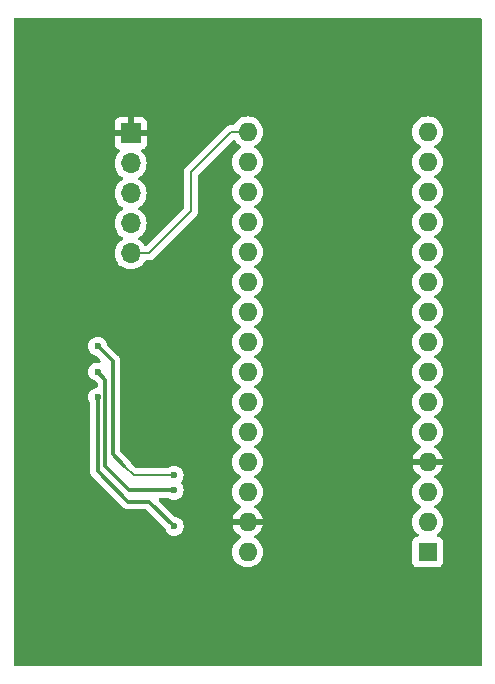
<source format=gbr>
%TF.GenerationSoftware,KiCad,Pcbnew,7.0.11+dfsg-1build4*%
%TF.CreationDate,2024-05-09T18:47:21+10:00*%
%TF.ProjectId,NoBootLoadFlasher,4e6f426f-6f74-44c6-9f61-64466c617368,rev?*%
%TF.SameCoordinates,Original*%
%TF.FileFunction,Copper,L2,Bot*%
%TF.FilePolarity,Positive*%
%FSLAX46Y46*%
G04 Gerber Fmt 4.6, Leading zero omitted, Abs format (unit mm)*
G04 Created by KiCad (PCBNEW 7.0.11+dfsg-1build4) date 2024-05-09 18:47:21*
%MOMM*%
%LPD*%
G01*
G04 APERTURE LIST*
%TA.AperFunction,ComponentPad*%
%ADD10R,1.700000X1.700000*%
%TD*%
%TA.AperFunction,ComponentPad*%
%ADD11O,1.700000X1.700000*%
%TD*%
%TA.AperFunction,ComponentPad*%
%ADD12O,1.600000X1.600000*%
%TD*%
%TA.AperFunction,ComponentPad*%
%ADD13R,1.600000X1.600000*%
%TD*%
%TA.AperFunction,ViaPad*%
%ADD14C,0.600000*%
%TD*%
%TA.AperFunction,Conductor*%
%ADD15C,0.200000*%
%TD*%
%TA.AperFunction,Conductor*%
%ADD16C,0.300000*%
%TD*%
G04 APERTURE END LIST*
D10*
%TO.P,REF\u002A\u002A,1*%
%TO.N,GND*%
X81534000Y-81407000D03*
D11*
%TO.P,REF\u002A\u002A,2*%
%TO.N,3.3v*%
X81534000Y-83947000D03*
%TO.P,REF\u002A\u002A,3*%
%TO.N,D12*%
X81534000Y-86487000D03*
%TO.P,REF\u002A\u002A,4*%
%TO.N,D10*%
X81534000Y-89027000D03*
%TO.P,REF\u002A\u002A,5*%
%TO.N,D13*%
X81534000Y-91567000D03*
%TD*%
D12*
%TO.P,LGT8F328P LQFP32 MiniEVB,30*%
%TO.N,N/C*%
X91440000Y-116840000D03*
%TO.P,LGT8F328P LQFP32 MiniEVB,29*%
%TO.N,GND*%
X91440000Y-114300000D03*
%TO.P,LGT8F328P LQFP32 MiniEVB,28*%
%TO.N,N/C*%
X91440000Y-111760000D03*
%TO.P,LGT8F328P LQFP32 MiniEVB,27*%
X91440000Y-109220000D03*
%TO.P,LGT8F328P LQFP32 MiniEVB,26*%
X91440000Y-106680000D03*
%TO.P,LGT8F328P LQFP32 MiniEVB,25*%
X91440000Y-104140000D03*
%TO.P,LGT8F328P LQFP32 MiniEVB,24*%
X91440000Y-101600000D03*
%TO.P,LGT8F328P LQFP32 MiniEVB,23*%
X91440000Y-99060000D03*
%TO.P,LGT8F328P LQFP32 MiniEVB,22*%
X91440000Y-96520000D03*
%TO.P,LGT8F328P LQFP32 MiniEVB,21*%
X91440000Y-93980000D03*
%TO.P,LGT8F328P LQFP32 MiniEVB,20*%
X91440000Y-91440000D03*
%TO.P,LGT8F328P LQFP32 MiniEVB,19*%
X91440000Y-88900000D03*
%TO.P,LGT8F328P LQFP32 MiniEVB,18*%
X91440000Y-86360000D03*
%TO.P,LGT8F328P LQFP32 MiniEVB,17*%
%TO.N,3.3v*%
X91440000Y-83820000D03*
%TO.P,LGT8F328P LQFP32 MiniEVB,16*%
%TO.N,D13*%
X91440000Y-81280000D03*
%TO.P,LGT8F328P LQFP32 MiniEVB,15*%
%TO.N,D12*%
X106680000Y-81280000D03*
%TO.P,LGT8F328P LQFP32 MiniEVB,14*%
%TO.N,N/C*%
X106680000Y-83820000D03*
%TO.P,LGT8F328P LQFP32 MiniEVB,13*%
%TO.N,D10*%
X106680000Y-86360000D03*
%TO.P,LGT8F328P LQFP32 MiniEVB,12*%
%TO.N,LED1*%
X106680000Y-88900000D03*
%TO.P,LGT8F328P LQFP32 MiniEVB,11*%
%TO.N,LED2*%
X106680000Y-91440000D03*
%TO.P,LGT8F328P LQFP32 MiniEVB,10*%
%TO.N,LED3*%
X106680000Y-93980000D03*
%TO.P,LGT8F328P LQFP32 MiniEVB,9*%
%TO.N,N/C*%
X106680000Y-96520000D03*
%TO.P,LGT8F328P LQFP32 MiniEVB,8*%
X106680000Y-99060000D03*
%TO.P,LGT8F328P LQFP32 MiniEVB,7*%
X106680000Y-101600000D03*
%TO.P,LGT8F328P LQFP32 MiniEVB,6*%
X106680000Y-104140000D03*
%TO.P,LGT8F328P LQFP32 MiniEVB,5*%
X106680000Y-106680000D03*
%TO.P,LGT8F328P LQFP32 MiniEVB,4*%
%TO.N,GND*%
X106680000Y-109220000D03*
%TO.P,LGT8F328P LQFP32 MiniEVB,3*%
%TO.N,N/C*%
X106680000Y-111760000D03*
%TO.P,LGT8F328P LQFP32 MiniEVB,2*%
X106680000Y-114300000D03*
D13*
%TO.P,LGT8F328P LQFP32 MiniEVB,1*%
X106680000Y-116840000D03*
%TD*%
D14*
%TO.N,GND*%
X95250000Y-93853000D03*
X95250000Y-95758000D03*
X95250000Y-91821000D03*
X95250000Y-89916000D03*
X88900000Y-111125000D03*
X99060000Y-88011000D03*
X87122000Y-114681000D03*
X103759000Y-88011000D03*
X99060000Y-84582000D03*
X84709000Y-86487000D03*
X84709000Y-84328000D03*
X99070000Y-97790000D03*
X99060000Y-93853000D03*
X103759000Y-97790000D03*
X99060000Y-89916000D03*
X89027000Y-86487000D03*
X103759000Y-84582000D03*
X103759000Y-89916000D03*
X99060000Y-91948000D03*
X99060000Y-82677000D03*
X88900000Y-108712000D03*
X89027000Y-84328000D03*
X103759000Y-82677000D03*
X103759000Y-92964000D03*
X99060000Y-101346000D03*
%TO.N,LED1_R*%
X85217000Y-110363000D03*
X78740000Y-99441000D03*
%TO.N,LED2_R*%
X78740000Y-101600000D03*
X85217000Y-111633000D03*
%TO.N,LED3_R*%
X85217000Y-114681000D03*
X78740000Y-103759000D03*
%TD*%
D15*
%TO.N,D13*%
X86614000Y-84709000D02*
X90043000Y-81280000D01*
X90043000Y-81280000D02*
X91440000Y-81280000D01*
X83058000Y-91567000D02*
X86614000Y-88011000D01*
X81534000Y-91567000D02*
X83058000Y-91567000D01*
X86614000Y-88011000D02*
X86614000Y-84709000D01*
%TO.N,LED1_R*%
X85217000Y-110363000D02*
X81788000Y-110363000D01*
X81788000Y-110363000D02*
X80962500Y-109537500D01*
D16*
X80010000Y-100711000D02*
X80010000Y-108585000D01*
X78740000Y-99441000D02*
X80010000Y-100711000D01*
X80010000Y-108585000D02*
X80962500Y-109537500D01*
%TO.N,LED2_R*%
X78740000Y-101600000D02*
X79390000Y-102250000D01*
X83439000Y-111633000D02*
X85217000Y-111633000D01*
X81422000Y-111633000D02*
X83439000Y-111633000D01*
X79390000Y-109601000D02*
X81422000Y-111633000D01*
X79390000Y-102250000D02*
X79390000Y-109601000D01*
%TO.N,LED3_R*%
X78740000Y-103759000D02*
X78740000Y-109982000D01*
X81343500Y-112585500D02*
X83121500Y-112585500D01*
X85217000Y-114681000D02*
X83121500Y-112585500D01*
X78740000Y-109982000D02*
X81343500Y-112585500D01*
%TD*%
%TA.AperFunction,Conductor*%
%TO.N,GND*%
G36*
X111202539Y-71640185D02*
G01*
X111248294Y-71692989D01*
X111259500Y-71744500D01*
X111259500Y-126375500D01*
X111239815Y-126442539D01*
X111187011Y-126488294D01*
X111135500Y-126499500D01*
X71744500Y-126499500D01*
X71677461Y-126479815D01*
X71631706Y-126427011D01*
X71620500Y-126375500D01*
X71620500Y-103759003D01*
X77934435Y-103759003D01*
X77954630Y-103938249D01*
X77954631Y-103938254D01*
X78014211Y-104108524D01*
X78070493Y-104198094D01*
X78089500Y-104264067D01*
X78089500Y-109896494D01*
X78087732Y-109912505D01*
X78087974Y-109912528D01*
X78087240Y-109920294D01*
X78089439Y-109990262D01*
X78089500Y-109994157D01*
X78089500Y-110022920D01*
X78089501Y-110022938D01*
X78090053Y-110027311D01*
X78090968Y-110038941D01*
X78092402Y-110084567D01*
X78092403Y-110084570D01*
X78098323Y-110104948D01*
X78102268Y-110123996D01*
X78104928Y-110145054D01*
X78104931Y-110145065D01*
X78121737Y-110187514D01*
X78125520Y-110198563D01*
X78138254Y-110242395D01*
X78138255Y-110242397D01*
X78149060Y-110260666D01*
X78157617Y-110278134D01*
X78163226Y-110292300D01*
X78165432Y-110297872D01*
X78192266Y-110334806D01*
X78198678Y-110344568D01*
X78218060Y-110377341D01*
X78221919Y-110383865D01*
X78221923Y-110383869D01*
X78236925Y-110398871D01*
X78249563Y-110413669D01*
X78262033Y-110430833D01*
X78262036Y-110430837D01*
X78297213Y-110459937D01*
X78305854Y-110467800D01*
X80823064Y-112985010D01*
X80833135Y-112997580D01*
X80833322Y-112997426D01*
X80838295Y-113003437D01*
X80838297Y-113003439D01*
X80838298Y-113003440D01*
X80867921Y-113031258D01*
X80889332Y-113051364D01*
X80892129Y-113054075D01*
X80912467Y-113074413D01*
X80915950Y-113077115D01*
X80924826Y-113084696D01*
X80938850Y-113097865D01*
X80958107Y-113115948D01*
X80958110Y-113115950D01*
X80958112Y-113115951D01*
X80976707Y-113126174D01*
X80992968Y-113136856D01*
X81009732Y-113149859D01*
X81009736Y-113149862D01*
X81051638Y-113167994D01*
X81062112Y-113173125D01*
X81102132Y-113195127D01*
X81122704Y-113200408D01*
X81141094Y-113206705D01*
X81160574Y-113215135D01*
X81205675Y-113222277D01*
X81217086Y-113224641D01*
X81261323Y-113236000D01*
X81282545Y-113236000D01*
X81301944Y-113237526D01*
X81322905Y-113240847D01*
X81368360Y-113236550D01*
X81380030Y-113236000D01*
X82800692Y-113236000D01*
X82867731Y-113255685D01*
X82888373Y-113272319D01*
X84395277Y-114779223D01*
X84428762Y-114840546D01*
X84430815Y-114853012D01*
X84431630Y-114860246D01*
X84431632Y-114860255D01*
X84491210Y-115030521D01*
X84559259Y-115138820D01*
X84587184Y-115183262D01*
X84714738Y-115310816D01*
X84742233Y-115328092D01*
X84837863Y-115388181D01*
X84867478Y-115406789D01*
X84966242Y-115441348D01*
X85037745Y-115466368D01*
X85037750Y-115466369D01*
X85216996Y-115486565D01*
X85217000Y-115486565D01*
X85217004Y-115486565D01*
X85396249Y-115466369D01*
X85396252Y-115466368D01*
X85396255Y-115466368D01*
X85566522Y-115406789D01*
X85719262Y-115310816D01*
X85846816Y-115183262D01*
X85942789Y-115030522D01*
X86002368Y-114860255D01*
X86009157Y-114800000D01*
X86022565Y-114681003D01*
X86022565Y-114680996D01*
X86002369Y-114501750D01*
X86002368Y-114501745D01*
X85942788Y-114331476D01*
X85846815Y-114178737D01*
X85719262Y-114051184D01*
X85566521Y-113955210D01*
X85396255Y-113895632D01*
X85396246Y-113895630D01*
X85389012Y-113894815D01*
X85324600Y-113867744D01*
X85315223Y-113859277D01*
X83951127Y-112495181D01*
X83917642Y-112433858D01*
X83922626Y-112364166D01*
X83964498Y-112308233D01*
X84029962Y-112283816D01*
X84038808Y-112283500D01*
X84711932Y-112283500D01*
X84777904Y-112302506D01*
X84867477Y-112358789D01*
X84867481Y-112358790D01*
X85037737Y-112418366D01*
X85037743Y-112418367D01*
X85037745Y-112418368D01*
X85037746Y-112418368D01*
X85037750Y-112418369D01*
X85216996Y-112438565D01*
X85217000Y-112438565D01*
X85217004Y-112438565D01*
X85396249Y-112418369D01*
X85396252Y-112418368D01*
X85396255Y-112418368D01*
X85566522Y-112358789D01*
X85719262Y-112262816D01*
X85846816Y-112135262D01*
X85942789Y-111982522D01*
X86002368Y-111812255D01*
X86022565Y-111633000D01*
X86011333Y-111533313D01*
X86002369Y-111453750D01*
X86002368Y-111453745D01*
X85953298Y-111313511D01*
X85942789Y-111283478D01*
X85846816Y-111130738D01*
X85801759Y-111085681D01*
X85768274Y-111024358D01*
X85773258Y-110954666D01*
X85801759Y-110910319D01*
X85846816Y-110865262D01*
X85942789Y-110712522D01*
X86002368Y-110542255D01*
X86002369Y-110542249D01*
X86022565Y-110363003D01*
X86022565Y-110362996D01*
X86002369Y-110183750D01*
X86002368Y-110183745D01*
X85951699Y-110038941D01*
X85942789Y-110013478D01*
X85928201Y-109990262D01*
X85884239Y-109920296D01*
X85846816Y-109860738D01*
X85719262Y-109733184D01*
X85673898Y-109704680D01*
X85566523Y-109637211D01*
X85396254Y-109577631D01*
X85396249Y-109577630D01*
X85217004Y-109557435D01*
X85216996Y-109557435D01*
X85037750Y-109577630D01*
X85037745Y-109577631D01*
X84867476Y-109637211D01*
X84714736Y-109733185D01*
X84711903Y-109735445D01*
X84709724Y-109736334D01*
X84708842Y-109736889D01*
X84708744Y-109736734D01*
X84647217Y-109761855D01*
X84634588Y-109762500D01*
X82088097Y-109762500D01*
X82021058Y-109742815D01*
X82000416Y-109726181D01*
X81590817Y-109316582D01*
X81568454Y-109283675D01*
X81568216Y-109283817D01*
X81565969Y-109280018D01*
X81564693Y-109278140D01*
X81564245Y-109277106D01*
X81564244Y-109277101D01*
X81530475Y-109220001D01*
X81480583Y-109135638D01*
X81480576Y-109135629D01*
X80696819Y-108351872D01*
X80663334Y-108290549D01*
X80660500Y-108264191D01*
X80660500Y-100796501D01*
X80662268Y-100780488D01*
X80662026Y-100780466D01*
X80662758Y-100772710D01*
X80662760Y-100772703D01*
X80660561Y-100702735D01*
X80660500Y-100698840D01*
X80660500Y-100670077D01*
X80660499Y-100670070D01*
X80659949Y-100665716D01*
X80659030Y-100654054D01*
X80657597Y-100608430D01*
X80651676Y-100588052D01*
X80647731Y-100569003D01*
X80645071Y-100547942D01*
X80628261Y-100505487D01*
X80624481Y-100494445D01*
X80611744Y-100450601D01*
X80600939Y-100432332D01*
X80592379Y-100414858D01*
X80585651Y-100397865D01*
X80584568Y-100395129D01*
X80557737Y-100358199D01*
X80551323Y-100348435D01*
X80528081Y-100309135D01*
X80513075Y-100294129D01*
X80500435Y-100279330D01*
X80487961Y-100262160D01*
X80452780Y-100233056D01*
X80444140Y-100225194D01*
X79561722Y-99342776D01*
X79528237Y-99281453D01*
X79526182Y-99268973D01*
X79525368Y-99261745D01*
X79465789Y-99091478D01*
X79369816Y-98938738D01*
X79242262Y-98811184D01*
X79089523Y-98715211D01*
X78919254Y-98655631D01*
X78919249Y-98655630D01*
X78740004Y-98635435D01*
X78739996Y-98635435D01*
X78560750Y-98655630D01*
X78560745Y-98655631D01*
X78390476Y-98715211D01*
X78237737Y-98811184D01*
X78110184Y-98938737D01*
X78014211Y-99091476D01*
X77954631Y-99261745D01*
X77954630Y-99261750D01*
X77934435Y-99440996D01*
X77934435Y-99441003D01*
X77954630Y-99620249D01*
X77954631Y-99620254D01*
X78014211Y-99790523D01*
X78082461Y-99899141D01*
X78110184Y-99943262D01*
X78237738Y-100070816D01*
X78390478Y-100166789D01*
X78560745Y-100226368D01*
X78567974Y-100227182D01*
X78632388Y-100254246D01*
X78641776Y-100262722D01*
X78977954Y-100598900D01*
X79011439Y-100660223D01*
X79006455Y-100729915D01*
X78964583Y-100785848D01*
X78899119Y-100810265D01*
X78876390Y-100809801D01*
X78740004Y-100794435D01*
X78739996Y-100794435D01*
X78560750Y-100814630D01*
X78560745Y-100814631D01*
X78390476Y-100874211D01*
X78237737Y-100970184D01*
X78110184Y-101097737D01*
X78014211Y-101250476D01*
X77954631Y-101420745D01*
X77954630Y-101420750D01*
X77934435Y-101599996D01*
X77934435Y-101600003D01*
X77954630Y-101779249D01*
X77954631Y-101779254D01*
X78014211Y-101949523D01*
X78075139Y-102046488D01*
X78110184Y-102102262D01*
X78237738Y-102229816D01*
X78390478Y-102325789D01*
X78560745Y-102385368D01*
X78567974Y-102386182D01*
X78632388Y-102413247D01*
X78641775Y-102421721D01*
X78703181Y-102483126D01*
X78736666Y-102544449D01*
X78739500Y-102570808D01*
X78739500Y-102842677D01*
X78719815Y-102909716D01*
X78667011Y-102955471D01*
X78629384Y-102965897D01*
X78560750Y-102973630D01*
X78390478Y-103033210D01*
X78237737Y-103129184D01*
X78110184Y-103256737D01*
X78014211Y-103409476D01*
X77954631Y-103579745D01*
X77954630Y-103579750D01*
X77934435Y-103758996D01*
X77934435Y-103759003D01*
X71620500Y-103759003D01*
X71620500Y-91567000D01*
X80178341Y-91567000D01*
X80198936Y-91802403D01*
X80198938Y-91802413D01*
X80260094Y-92030655D01*
X80260096Y-92030659D01*
X80260097Y-92030663D01*
X80324400Y-92168561D01*
X80359965Y-92244830D01*
X80359967Y-92244834D01*
X80468281Y-92399521D01*
X80495505Y-92438401D01*
X80662599Y-92605495D01*
X80750064Y-92666739D01*
X80856165Y-92741032D01*
X80856167Y-92741033D01*
X80856170Y-92741035D01*
X81070337Y-92840903D01*
X81298592Y-92902063D01*
X81486918Y-92918539D01*
X81533999Y-92922659D01*
X81534000Y-92922659D01*
X81534001Y-92922659D01*
X81573234Y-92919226D01*
X81769408Y-92902063D01*
X81997663Y-92840903D01*
X82211830Y-92741035D01*
X82405401Y-92605495D01*
X82572495Y-92438401D01*
X82708035Y-92244830D01*
X82710707Y-92239097D01*
X82756878Y-92186658D01*
X82823091Y-92167500D01*
X83010513Y-92167500D01*
X83026697Y-92168560D01*
X83058000Y-92172682D01*
X83058001Y-92172682D01*
X83110254Y-92165802D01*
X83214762Y-92152044D01*
X83360841Y-92091536D01*
X83486282Y-91995282D01*
X83505509Y-91970223D01*
X83516190Y-91958043D01*
X87005043Y-88469190D01*
X87017223Y-88458509D01*
X87042282Y-88439282D01*
X87138536Y-88313841D01*
X87199044Y-88167762D01*
X87214500Y-88050361D01*
X87219682Y-88011000D01*
X87215561Y-87979697D01*
X87214500Y-87963512D01*
X87214500Y-85009096D01*
X87234185Y-84942057D01*
X87250814Y-84921420D01*
X90176138Y-81996095D01*
X90237459Y-81962612D01*
X90307151Y-81967596D01*
X90363084Y-82009468D01*
X90365392Y-82012655D01*
X90439953Y-82119140D01*
X90600858Y-82280045D01*
X90600861Y-82280047D01*
X90787266Y-82410568D01*
X90845275Y-82437618D01*
X90897714Y-82483791D01*
X90916866Y-82550984D01*
X90896650Y-82617865D01*
X90845275Y-82662382D01*
X90787267Y-82689431D01*
X90787265Y-82689432D01*
X90600858Y-82819954D01*
X90439954Y-82980858D01*
X90309432Y-83167265D01*
X90309431Y-83167267D01*
X90213261Y-83373502D01*
X90213258Y-83373511D01*
X90154366Y-83593302D01*
X90154364Y-83593313D01*
X90134532Y-83819998D01*
X90134532Y-83820001D01*
X90154364Y-84046686D01*
X90154366Y-84046697D01*
X90213258Y-84266488D01*
X90213261Y-84266497D01*
X90309431Y-84472732D01*
X90309432Y-84472734D01*
X90439954Y-84659141D01*
X90600858Y-84820045D01*
X90600861Y-84820047D01*
X90787266Y-84950568D01*
X90802636Y-84957735D01*
X90845275Y-84977618D01*
X90897714Y-85023791D01*
X90916866Y-85090984D01*
X90896650Y-85157865D01*
X90845275Y-85202382D01*
X90787267Y-85229431D01*
X90787265Y-85229432D01*
X90600858Y-85359954D01*
X90439954Y-85520858D01*
X90309432Y-85707265D01*
X90309431Y-85707267D01*
X90213261Y-85913502D01*
X90213258Y-85913511D01*
X90154366Y-86133302D01*
X90154364Y-86133313D01*
X90134532Y-86359998D01*
X90134532Y-86360001D01*
X90154364Y-86586686D01*
X90154366Y-86586697D01*
X90213258Y-86806488D01*
X90213261Y-86806497D01*
X90309431Y-87012732D01*
X90309432Y-87012734D01*
X90439954Y-87199141D01*
X90600858Y-87360045D01*
X90600861Y-87360047D01*
X90787266Y-87490568D01*
X90845275Y-87517618D01*
X90897714Y-87563791D01*
X90916866Y-87630984D01*
X90896650Y-87697865D01*
X90845275Y-87742382D01*
X90787267Y-87769431D01*
X90787265Y-87769432D01*
X90600858Y-87899954D01*
X90439954Y-88060858D01*
X90309432Y-88247265D01*
X90309431Y-88247267D01*
X90213261Y-88453502D01*
X90213258Y-88453511D01*
X90154366Y-88673302D01*
X90154364Y-88673313D01*
X90134532Y-88899998D01*
X90134532Y-88900001D01*
X90154364Y-89126686D01*
X90154366Y-89126697D01*
X90213258Y-89346488D01*
X90213261Y-89346497D01*
X90309431Y-89552732D01*
X90309432Y-89552734D01*
X90439954Y-89739141D01*
X90600858Y-89900045D01*
X90600861Y-89900047D01*
X90787266Y-90030568D01*
X90845275Y-90057618D01*
X90897714Y-90103791D01*
X90916866Y-90170984D01*
X90896650Y-90237865D01*
X90845275Y-90282382D01*
X90787267Y-90309431D01*
X90787265Y-90309432D01*
X90600858Y-90439954D01*
X90439954Y-90600858D01*
X90309432Y-90787265D01*
X90309431Y-90787267D01*
X90213261Y-90993502D01*
X90213258Y-90993511D01*
X90154366Y-91213302D01*
X90154364Y-91213313D01*
X90134532Y-91439998D01*
X90134532Y-91440001D01*
X90154364Y-91666686D01*
X90154366Y-91666697D01*
X90213258Y-91886488D01*
X90213261Y-91886497D01*
X90309431Y-92092732D01*
X90309432Y-92092734D01*
X90439954Y-92279141D01*
X90600858Y-92440045D01*
X90600861Y-92440047D01*
X90787266Y-92570568D01*
X90845275Y-92597618D01*
X90897714Y-92643791D01*
X90916866Y-92710984D01*
X90896650Y-92777865D01*
X90845275Y-92822382D01*
X90787267Y-92849431D01*
X90787265Y-92849432D01*
X90600858Y-92979954D01*
X90439954Y-93140858D01*
X90309432Y-93327265D01*
X90309431Y-93327267D01*
X90213261Y-93533502D01*
X90213258Y-93533511D01*
X90154366Y-93753302D01*
X90154364Y-93753313D01*
X90134532Y-93979998D01*
X90134532Y-93980001D01*
X90154364Y-94206686D01*
X90154366Y-94206697D01*
X90213258Y-94426488D01*
X90213261Y-94426497D01*
X90309431Y-94632732D01*
X90309432Y-94632734D01*
X90439954Y-94819141D01*
X90600858Y-94980045D01*
X90600861Y-94980047D01*
X90787266Y-95110568D01*
X90845275Y-95137618D01*
X90897714Y-95183791D01*
X90916866Y-95250984D01*
X90896650Y-95317865D01*
X90845275Y-95362382D01*
X90787267Y-95389431D01*
X90787265Y-95389432D01*
X90600858Y-95519954D01*
X90439954Y-95680858D01*
X90309432Y-95867265D01*
X90309431Y-95867267D01*
X90213261Y-96073502D01*
X90213258Y-96073511D01*
X90154366Y-96293302D01*
X90154364Y-96293313D01*
X90134532Y-96519998D01*
X90134532Y-96520001D01*
X90154364Y-96746686D01*
X90154366Y-96746697D01*
X90213258Y-96966488D01*
X90213261Y-96966497D01*
X90309431Y-97172732D01*
X90309432Y-97172734D01*
X90439954Y-97359141D01*
X90600858Y-97520045D01*
X90600861Y-97520047D01*
X90787266Y-97650568D01*
X90845275Y-97677618D01*
X90897714Y-97723791D01*
X90916866Y-97790984D01*
X90896650Y-97857865D01*
X90845275Y-97902382D01*
X90787267Y-97929431D01*
X90787265Y-97929432D01*
X90600858Y-98059954D01*
X90439954Y-98220858D01*
X90309432Y-98407265D01*
X90309431Y-98407267D01*
X90213261Y-98613502D01*
X90213258Y-98613511D01*
X90154366Y-98833302D01*
X90154364Y-98833313D01*
X90134532Y-99059998D01*
X90134532Y-99060001D01*
X90154364Y-99286686D01*
X90154366Y-99286697D01*
X90213258Y-99506488D01*
X90213261Y-99506497D01*
X90309431Y-99712732D01*
X90309432Y-99712734D01*
X90439954Y-99899141D01*
X90600858Y-100060045D01*
X90600861Y-100060047D01*
X90787266Y-100190568D01*
X90845275Y-100217618D01*
X90897714Y-100263791D01*
X90916866Y-100330984D01*
X90896650Y-100397865D01*
X90845275Y-100442382D01*
X90787267Y-100469431D01*
X90787265Y-100469432D01*
X90600858Y-100599954D01*
X90439954Y-100760858D01*
X90309432Y-100947265D01*
X90309431Y-100947267D01*
X90213261Y-101153502D01*
X90213258Y-101153511D01*
X90154366Y-101373302D01*
X90154364Y-101373313D01*
X90134532Y-101599998D01*
X90134532Y-101600001D01*
X90154364Y-101826686D01*
X90154366Y-101826697D01*
X90213258Y-102046488D01*
X90213261Y-102046497D01*
X90309431Y-102252732D01*
X90309432Y-102252734D01*
X90439954Y-102439141D01*
X90600858Y-102600045D01*
X90600861Y-102600047D01*
X90787266Y-102730568D01*
X90845275Y-102757618D01*
X90897714Y-102803791D01*
X90916866Y-102870984D01*
X90896650Y-102937865D01*
X90845275Y-102982382D01*
X90787267Y-103009431D01*
X90787265Y-103009432D01*
X90600858Y-103139954D01*
X90439954Y-103300858D01*
X90309432Y-103487265D01*
X90309431Y-103487267D01*
X90213261Y-103693502D01*
X90213258Y-103693511D01*
X90154366Y-103913302D01*
X90154364Y-103913313D01*
X90134532Y-104139998D01*
X90134532Y-104140001D01*
X90154364Y-104366686D01*
X90154366Y-104366697D01*
X90213258Y-104586488D01*
X90213261Y-104586497D01*
X90309431Y-104792732D01*
X90309432Y-104792734D01*
X90439954Y-104979141D01*
X90600858Y-105140045D01*
X90600861Y-105140047D01*
X90787266Y-105270568D01*
X90845275Y-105297618D01*
X90897714Y-105343791D01*
X90916866Y-105410984D01*
X90896650Y-105477865D01*
X90845275Y-105522382D01*
X90787267Y-105549431D01*
X90787265Y-105549432D01*
X90600858Y-105679954D01*
X90439954Y-105840858D01*
X90309432Y-106027265D01*
X90309431Y-106027267D01*
X90213261Y-106233502D01*
X90213258Y-106233511D01*
X90154366Y-106453302D01*
X90154364Y-106453313D01*
X90134532Y-106679998D01*
X90134532Y-106680001D01*
X90154364Y-106906686D01*
X90154366Y-106906697D01*
X90213258Y-107126488D01*
X90213261Y-107126497D01*
X90309431Y-107332732D01*
X90309432Y-107332734D01*
X90439954Y-107519141D01*
X90600858Y-107680045D01*
X90600861Y-107680047D01*
X90787266Y-107810568D01*
X90845275Y-107837618D01*
X90897714Y-107883791D01*
X90916866Y-107950984D01*
X90896650Y-108017865D01*
X90845275Y-108062382D01*
X90787267Y-108089431D01*
X90787265Y-108089432D01*
X90600858Y-108219954D01*
X90439954Y-108380858D01*
X90309432Y-108567265D01*
X90309431Y-108567267D01*
X90213261Y-108773502D01*
X90213258Y-108773511D01*
X90154366Y-108993302D01*
X90154364Y-108993313D01*
X90134532Y-109219998D01*
X90134532Y-109220001D01*
X90154364Y-109446686D01*
X90154366Y-109446697D01*
X90213258Y-109666488D01*
X90213261Y-109666497D01*
X90309431Y-109872732D01*
X90309432Y-109872734D01*
X90439954Y-110059141D01*
X90600858Y-110220045D01*
X90632780Y-110242397D01*
X90787266Y-110350568D01*
X90844681Y-110377341D01*
X90845275Y-110377618D01*
X90897714Y-110423791D01*
X90916866Y-110490984D01*
X90896650Y-110557865D01*
X90845275Y-110602382D01*
X90787267Y-110629431D01*
X90787265Y-110629432D01*
X90600858Y-110759954D01*
X90439954Y-110920858D01*
X90309432Y-111107265D01*
X90309431Y-111107267D01*
X90213261Y-111313502D01*
X90213258Y-111313511D01*
X90154366Y-111533302D01*
X90154364Y-111533313D01*
X90134532Y-111759998D01*
X90134532Y-111760001D01*
X90154364Y-111986686D01*
X90154366Y-111986697D01*
X90213258Y-112206488D01*
X90213261Y-112206497D01*
X90309431Y-112412732D01*
X90309432Y-112412734D01*
X90439954Y-112599141D01*
X90600858Y-112760045D01*
X90600861Y-112760047D01*
X90787266Y-112890568D01*
X90845865Y-112917893D01*
X90898305Y-112964065D01*
X90917457Y-113031258D01*
X90897242Y-113098139D01*
X90845867Y-113142657D01*
X90787515Y-113169867D01*
X90601179Y-113300342D01*
X90440342Y-113461179D01*
X90309865Y-113647517D01*
X90213734Y-113853673D01*
X90213730Y-113853682D01*
X90161127Y-114049999D01*
X90161128Y-114050000D01*
X91006314Y-114050000D01*
X90980507Y-114090156D01*
X90940000Y-114228111D01*
X90940000Y-114371889D01*
X90980507Y-114509844D01*
X91006314Y-114550000D01*
X90161128Y-114550000D01*
X90213730Y-114746317D01*
X90213734Y-114746326D01*
X90309865Y-114952482D01*
X90440342Y-115138820D01*
X90601179Y-115299657D01*
X90787518Y-115430134D01*
X90787520Y-115430135D01*
X90845865Y-115457342D01*
X90898305Y-115503514D01*
X90917457Y-115570707D01*
X90897242Y-115637589D01*
X90845867Y-115682105D01*
X90787268Y-115709431D01*
X90787264Y-115709433D01*
X90600858Y-115839954D01*
X90439954Y-116000858D01*
X90309432Y-116187265D01*
X90309431Y-116187267D01*
X90213261Y-116393502D01*
X90213258Y-116393511D01*
X90154366Y-116613302D01*
X90154364Y-116613313D01*
X90134532Y-116839998D01*
X90134532Y-116840001D01*
X90154364Y-117066686D01*
X90154366Y-117066697D01*
X90213258Y-117286488D01*
X90213261Y-117286497D01*
X90309431Y-117492732D01*
X90309432Y-117492734D01*
X90439954Y-117679141D01*
X90600858Y-117840045D01*
X90600861Y-117840047D01*
X90787266Y-117970568D01*
X90993504Y-118066739D01*
X91213308Y-118125635D01*
X91375230Y-118139801D01*
X91439998Y-118145468D01*
X91440000Y-118145468D01*
X91440002Y-118145468D01*
X91496807Y-118140498D01*
X91666692Y-118125635D01*
X91886496Y-118066739D01*
X92092734Y-117970568D01*
X92279139Y-117840047D01*
X92440047Y-117679139D01*
X92570568Y-117492734D01*
X92666739Y-117286496D01*
X92725635Y-117066692D01*
X92745468Y-116840000D01*
X92725635Y-116613308D01*
X92666739Y-116393504D01*
X92570568Y-116187266D01*
X92440047Y-116000861D01*
X92440045Y-116000858D01*
X92279141Y-115839954D01*
X92092734Y-115709432D01*
X92092732Y-115709431D01*
X92081275Y-115704088D01*
X92034132Y-115682105D01*
X91981694Y-115635934D01*
X91962542Y-115568740D01*
X91982758Y-115501859D01*
X92034134Y-115457341D01*
X92092484Y-115430132D01*
X92278820Y-115299657D01*
X92439657Y-115138820D01*
X92570134Y-114952482D01*
X92666265Y-114746326D01*
X92666269Y-114746317D01*
X92718872Y-114550000D01*
X91873686Y-114550000D01*
X91899493Y-114509844D01*
X91940000Y-114371889D01*
X91940000Y-114300001D01*
X105374532Y-114300001D01*
X105394364Y-114526686D01*
X105394366Y-114526697D01*
X105453258Y-114746488D01*
X105453261Y-114746497D01*
X105549431Y-114952732D01*
X105549432Y-114952734D01*
X105679954Y-115139141D01*
X105840858Y-115300045D01*
X105865462Y-115317273D01*
X105909087Y-115371849D01*
X105916281Y-115441348D01*
X105884758Y-115503703D01*
X105824529Y-115539117D01*
X105807593Y-115542138D01*
X105772516Y-115545908D01*
X105637671Y-115596202D01*
X105637664Y-115596206D01*
X105522455Y-115682452D01*
X105522452Y-115682455D01*
X105436206Y-115797664D01*
X105436202Y-115797671D01*
X105385908Y-115932517D01*
X105379501Y-115992116D01*
X105379501Y-115992123D01*
X105379500Y-115992135D01*
X105379500Y-117687870D01*
X105379501Y-117687876D01*
X105385908Y-117747483D01*
X105436202Y-117882328D01*
X105436206Y-117882335D01*
X105522452Y-117997544D01*
X105522455Y-117997547D01*
X105637664Y-118083793D01*
X105637671Y-118083797D01*
X105772517Y-118134091D01*
X105772516Y-118134091D01*
X105779444Y-118134835D01*
X105832127Y-118140500D01*
X107527872Y-118140499D01*
X107587483Y-118134091D01*
X107722331Y-118083796D01*
X107837546Y-117997546D01*
X107923796Y-117882331D01*
X107974091Y-117747483D01*
X107980500Y-117687873D01*
X107980499Y-115992128D01*
X107974091Y-115932517D01*
X107939567Y-115839954D01*
X107923797Y-115797671D01*
X107923793Y-115797664D01*
X107837547Y-115682455D01*
X107837544Y-115682452D01*
X107722335Y-115596206D01*
X107722328Y-115596202D01*
X107587482Y-115545908D01*
X107587483Y-115545908D01*
X107552404Y-115542137D01*
X107487853Y-115515399D01*
X107448005Y-115458006D01*
X107445512Y-115388181D01*
X107481165Y-115328092D01*
X107494539Y-115317272D01*
X107503759Y-115310816D01*
X107519139Y-115300047D01*
X107680047Y-115139139D01*
X107810568Y-114952734D01*
X107906739Y-114746496D01*
X107965635Y-114526692D01*
X107985468Y-114300000D01*
X107965635Y-114073308D01*
X107906739Y-113853504D01*
X107810568Y-113647266D01*
X107680047Y-113460861D01*
X107680045Y-113460858D01*
X107519141Y-113299954D01*
X107332734Y-113169432D01*
X107332728Y-113169429D01*
X107274725Y-113142382D01*
X107222285Y-113096210D01*
X107203133Y-113029017D01*
X107223348Y-112962135D01*
X107274725Y-112917618D01*
X107332734Y-112890568D01*
X107519139Y-112760047D01*
X107680047Y-112599139D01*
X107810568Y-112412734D01*
X107906739Y-112206496D01*
X107965635Y-111986692D01*
X107985468Y-111760000D01*
X107965635Y-111533308D01*
X107906739Y-111313504D01*
X107810568Y-111107266D01*
X107680047Y-110920861D01*
X107680045Y-110920858D01*
X107519141Y-110759954D01*
X107332734Y-110629432D01*
X107332732Y-110629431D01*
X107274725Y-110602382D01*
X107274132Y-110602105D01*
X107221694Y-110555934D01*
X107202542Y-110488740D01*
X107222758Y-110421859D01*
X107274134Y-110377341D01*
X107332484Y-110350132D01*
X107518820Y-110219657D01*
X107679657Y-110058820D01*
X107810134Y-109872482D01*
X107906265Y-109666326D01*
X107906269Y-109666317D01*
X107958872Y-109470000D01*
X107113686Y-109470000D01*
X107139493Y-109429844D01*
X107180000Y-109291889D01*
X107180000Y-109148111D01*
X107139493Y-109010156D01*
X107113686Y-108970000D01*
X107958872Y-108970000D01*
X107958872Y-108969999D01*
X107906269Y-108773682D01*
X107906265Y-108773673D01*
X107810134Y-108567517D01*
X107679657Y-108381179D01*
X107518820Y-108220342D01*
X107332482Y-108089865D01*
X107274133Y-108062657D01*
X107221694Y-108016484D01*
X107202542Y-107949291D01*
X107222758Y-107882410D01*
X107274129Y-107837895D01*
X107332734Y-107810568D01*
X107519139Y-107680047D01*
X107680047Y-107519139D01*
X107810568Y-107332734D01*
X107906739Y-107126496D01*
X107965635Y-106906692D01*
X107985468Y-106680000D01*
X107965635Y-106453308D01*
X107906739Y-106233504D01*
X107810568Y-106027266D01*
X107680047Y-105840861D01*
X107680045Y-105840858D01*
X107519141Y-105679954D01*
X107332734Y-105549432D01*
X107332728Y-105549429D01*
X107274725Y-105522382D01*
X107222285Y-105476210D01*
X107203133Y-105409017D01*
X107223348Y-105342135D01*
X107274725Y-105297618D01*
X107332734Y-105270568D01*
X107519139Y-105140047D01*
X107680047Y-104979139D01*
X107810568Y-104792734D01*
X107906739Y-104586496D01*
X107965635Y-104366692D01*
X107985468Y-104140000D01*
X107965635Y-103913308D01*
X107906739Y-103693504D01*
X107810568Y-103487266D01*
X107680047Y-103300861D01*
X107680045Y-103300858D01*
X107519141Y-103139954D01*
X107332734Y-103009432D01*
X107332728Y-103009429D01*
X107274725Y-102982382D01*
X107222285Y-102936210D01*
X107203133Y-102869017D01*
X107223348Y-102802135D01*
X107274725Y-102757618D01*
X107332734Y-102730568D01*
X107519139Y-102600047D01*
X107680047Y-102439139D01*
X107810568Y-102252734D01*
X107906739Y-102046496D01*
X107965635Y-101826692D01*
X107985468Y-101600000D01*
X107965635Y-101373308D01*
X107906739Y-101153504D01*
X107810568Y-100947266D01*
X107693790Y-100780488D01*
X107680045Y-100760858D01*
X107519141Y-100599954D01*
X107332734Y-100469432D01*
X107332728Y-100469429D01*
X107274725Y-100442382D01*
X107222285Y-100396210D01*
X107203133Y-100329017D01*
X107223348Y-100262135D01*
X107274725Y-100217618D01*
X107332734Y-100190568D01*
X107519139Y-100060047D01*
X107680047Y-99899139D01*
X107810568Y-99712734D01*
X107906739Y-99506496D01*
X107965635Y-99286692D01*
X107985468Y-99060000D01*
X107965635Y-98833308D01*
X107906739Y-98613504D01*
X107810568Y-98407266D01*
X107680047Y-98220861D01*
X107680045Y-98220858D01*
X107519141Y-98059954D01*
X107332734Y-97929432D01*
X107332728Y-97929429D01*
X107274725Y-97902382D01*
X107222285Y-97856210D01*
X107203133Y-97789017D01*
X107223348Y-97722135D01*
X107274725Y-97677618D01*
X107332734Y-97650568D01*
X107519139Y-97520047D01*
X107680047Y-97359139D01*
X107810568Y-97172734D01*
X107906739Y-96966496D01*
X107965635Y-96746692D01*
X107985468Y-96520000D01*
X107965635Y-96293308D01*
X107906739Y-96073504D01*
X107810568Y-95867266D01*
X107680047Y-95680861D01*
X107680045Y-95680858D01*
X107519141Y-95519954D01*
X107332734Y-95389432D01*
X107332728Y-95389429D01*
X107274725Y-95362382D01*
X107222285Y-95316210D01*
X107203133Y-95249017D01*
X107223348Y-95182135D01*
X107274725Y-95137618D01*
X107332734Y-95110568D01*
X107519139Y-94980047D01*
X107680047Y-94819139D01*
X107810568Y-94632734D01*
X107906739Y-94426496D01*
X107965635Y-94206692D01*
X107985468Y-93980000D01*
X107965635Y-93753308D01*
X107906739Y-93533504D01*
X107810568Y-93327266D01*
X107680047Y-93140861D01*
X107680045Y-93140858D01*
X107519141Y-92979954D01*
X107332734Y-92849432D01*
X107332728Y-92849429D01*
X107274725Y-92822382D01*
X107222285Y-92776210D01*
X107203133Y-92709017D01*
X107223348Y-92642135D01*
X107274725Y-92597618D01*
X107332734Y-92570568D01*
X107519139Y-92440047D01*
X107680047Y-92279139D01*
X107810568Y-92092734D01*
X107906739Y-91886496D01*
X107965635Y-91666692D01*
X107985468Y-91440000D01*
X107965635Y-91213308D01*
X107906739Y-90993504D01*
X107810568Y-90787266D01*
X107680047Y-90600861D01*
X107680045Y-90600858D01*
X107519141Y-90439954D01*
X107332734Y-90309432D01*
X107332728Y-90309429D01*
X107274725Y-90282382D01*
X107222285Y-90236210D01*
X107203133Y-90169017D01*
X107223348Y-90102135D01*
X107274725Y-90057618D01*
X107332734Y-90030568D01*
X107519139Y-89900047D01*
X107680047Y-89739139D01*
X107810568Y-89552734D01*
X107906739Y-89346496D01*
X107965635Y-89126692D01*
X107985468Y-88900000D01*
X107965635Y-88673308D01*
X107906739Y-88453504D01*
X107810568Y-88247266D01*
X107680047Y-88060861D01*
X107680045Y-88060858D01*
X107519141Y-87899954D01*
X107332734Y-87769432D01*
X107332728Y-87769429D01*
X107274725Y-87742382D01*
X107222285Y-87696210D01*
X107203133Y-87629017D01*
X107223348Y-87562135D01*
X107274725Y-87517618D01*
X107332734Y-87490568D01*
X107519139Y-87360047D01*
X107680047Y-87199139D01*
X107810568Y-87012734D01*
X107906739Y-86806496D01*
X107965635Y-86586692D01*
X107985468Y-86360000D01*
X107965635Y-86133308D01*
X107906739Y-85913504D01*
X107810568Y-85707266D01*
X107680047Y-85520861D01*
X107680045Y-85520858D01*
X107519141Y-85359954D01*
X107332734Y-85229432D01*
X107332728Y-85229429D01*
X107274725Y-85202382D01*
X107222285Y-85156210D01*
X107203133Y-85089017D01*
X107223348Y-85022135D01*
X107274725Y-84977618D01*
X107332734Y-84950568D01*
X107519139Y-84820047D01*
X107680047Y-84659139D01*
X107810568Y-84472734D01*
X107906739Y-84266496D01*
X107965635Y-84046692D01*
X107985468Y-83820000D01*
X107965635Y-83593308D01*
X107906739Y-83373504D01*
X107810568Y-83167266D01*
X107680047Y-82980861D01*
X107680045Y-82980858D01*
X107519141Y-82819954D01*
X107332734Y-82689432D01*
X107332728Y-82689429D01*
X107274725Y-82662382D01*
X107222285Y-82616210D01*
X107203133Y-82549017D01*
X107223348Y-82482135D01*
X107274725Y-82437618D01*
X107332734Y-82410568D01*
X107519139Y-82280047D01*
X107680047Y-82119139D01*
X107810568Y-81932734D01*
X107906739Y-81726496D01*
X107965635Y-81506692D01*
X107985468Y-81280000D01*
X107965635Y-81053308D01*
X107906739Y-80833504D01*
X107810568Y-80627266D01*
X107680047Y-80440861D01*
X107680045Y-80440858D01*
X107519141Y-80279954D01*
X107332734Y-80149432D01*
X107332732Y-80149431D01*
X107126497Y-80053261D01*
X107126488Y-80053258D01*
X106906697Y-79994366D01*
X106906693Y-79994365D01*
X106906692Y-79994365D01*
X106906691Y-79994364D01*
X106906686Y-79994364D01*
X106680002Y-79974532D01*
X106679998Y-79974532D01*
X106453313Y-79994364D01*
X106453302Y-79994366D01*
X106233511Y-80053258D01*
X106233502Y-80053261D01*
X106027267Y-80149431D01*
X106027265Y-80149432D01*
X105840858Y-80279954D01*
X105679954Y-80440858D01*
X105549432Y-80627265D01*
X105549431Y-80627267D01*
X105453261Y-80833502D01*
X105453258Y-80833511D01*
X105394366Y-81053302D01*
X105394364Y-81053313D01*
X105374532Y-81279998D01*
X105374532Y-81280001D01*
X105394364Y-81506686D01*
X105394366Y-81506697D01*
X105453258Y-81726488D01*
X105453261Y-81726497D01*
X105549431Y-81932732D01*
X105549432Y-81932734D01*
X105679954Y-82119141D01*
X105840858Y-82280045D01*
X105840861Y-82280047D01*
X106027266Y-82410568D01*
X106085275Y-82437618D01*
X106137714Y-82483791D01*
X106156866Y-82550984D01*
X106136650Y-82617865D01*
X106085275Y-82662382D01*
X106027267Y-82689431D01*
X106027265Y-82689432D01*
X105840858Y-82819954D01*
X105679954Y-82980858D01*
X105549432Y-83167265D01*
X105549431Y-83167267D01*
X105453261Y-83373502D01*
X105453258Y-83373511D01*
X105394366Y-83593302D01*
X105394364Y-83593313D01*
X105374532Y-83819998D01*
X105374532Y-83820001D01*
X105394364Y-84046686D01*
X105394366Y-84046697D01*
X105453258Y-84266488D01*
X105453261Y-84266497D01*
X105549431Y-84472732D01*
X105549432Y-84472734D01*
X105679954Y-84659141D01*
X105840858Y-84820045D01*
X105840861Y-84820047D01*
X106027266Y-84950568D01*
X106042636Y-84957735D01*
X106085275Y-84977618D01*
X106137714Y-85023791D01*
X106156866Y-85090984D01*
X106136650Y-85157865D01*
X106085275Y-85202382D01*
X106027267Y-85229431D01*
X106027265Y-85229432D01*
X105840858Y-85359954D01*
X105679954Y-85520858D01*
X105549432Y-85707265D01*
X105549431Y-85707267D01*
X105453261Y-85913502D01*
X105453258Y-85913511D01*
X105394366Y-86133302D01*
X105394364Y-86133313D01*
X105374532Y-86359998D01*
X105374532Y-86360001D01*
X105394364Y-86586686D01*
X105394366Y-86586697D01*
X105453258Y-86806488D01*
X105453261Y-86806497D01*
X105549431Y-87012732D01*
X105549432Y-87012734D01*
X105679954Y-87199141D01*
X105840858Y-87360045D01*
X105840861Y-87360047D01*
X106027266Y-87490568D01*
X106085275Y-87517618D01*
X106137714Y-87563791D01*
X106156866Y-87630984D01*
X106136650Y-87697865D01*
X106085275Y-87742382D01*
X106027267Y-87769431D01*
X106027265Y-87769432D01*
X105840858Y-87899954D01*
X105679954Y-88060858D01*
X105549432Y-88247265D01*
X105549431Y-88247267D01*
X105453261Y-88453502D01*
X105453258Y-88453511D01*
X105394366Y-88673302D01*
X105394364Y-88673313D01*
X105374532Y-88899998D01*
X105374532Y-88900001D01*
X105394364Y-89126686D01*
X105394366Y-89126697D01*
X105453258Y-89346488D01*
X105453261Y-89346497D01*
X105549431Y-89552732D01*
X105549432Y-89552734D01*
X105679954Y-89739141D01*
X105840858Y-89900045D01*
X105840861Y-89900047D01*
X106027266Y-90030568D01*
X106085275Y-90057618D01*
X106137714Y-90103791D01*
X106156866Y-90170984D01*
X106136650Y-90237865D01*
X106085275Y-90282382D01*
X106027267Y-90309431D01*
X106027265Y-90309432D01*
X105840858Y-90439954D01*
X105679954Y-90600858D01*
X105549432Y-90787265D01*
X105549431Y-90787267D01*
X105453261Y-90993502D01*
X105453258Y-90993511D01*
X105394366Y-91213302D01*
X105394364Y-91213313D01*
X105374532Y-91439998D01*
X105374532Y-91440001D01*
X105394364Y-91666686D01*
X105394366Y-91666697D01*
X105453258Y-91886488D01*
X105453261Y-91886497D01*
X105549431Y-92092732D01*
X105549432Y-92092734D01*
X105679954Y-92279141D01*
X105840858Y-92440045D01*
X105840861Y-92440047D01*
X106027266Y-92570568D01*
X106085275Y-92597618D01*
X106137714Y-92643791D01*
X106156866Y-92710984D01*
X106136650Y-92777865D01*
X106085275Y-92822382D01*
X106027267Y-92849431D01*
X106027265Y-92849432D01*
X105840858Y-92979954D01*
X105679954Y-93140858D01*
X105549432Y-93327265D01*
X105549431Y-93327267D01*
X105453261Y-93533502D01*
X105453258Y-93533511D01*
X105394366Y-93753302D01*
X105394364Y-93753313D01*
X105374532Y-93979998D01*
X105374532Y-93980001D01*
X105394364Y-94206686D01*
X105394366Y-94206697D01*
X105453258Y-94426488D01*
X105453261Y-94426497D01*
X105549431Y-94632732D01*
X105549432Y-94632734D01*
X105679954Y-94819141D01*
X105840858Y-94980045D01*
X105840861Y-94980047D01*
X106027266Y-95110568D01*
X106085275Y-95137618D01*
X106137714Y-95183791D01*
X106156866Y-95250984D01*
X106136650Y-95317865D01*
X106085275Y-95362382D01*
X106027267Y-95389431D01*
X106027265Y-95389432D01*
X105840858Y-95519954D01*
X105679954Y-95680858D01*
X105549432Y-95867265D01*
X105549431Y-95867267D01*
X105453261Y-96073502D01*
X105453258Y-96073511D01*
X105394366Y-96293302D01*
X105394364Y-96293313D01*
X105374532Y-96519998D01*
X105374532Y-96520001D01*
X105394364Y-96746686D01*
X105394366Y-96746697D01*
X105453258Y-96966488D01*
X105453261Y-96966497D01*
X105549431Y-97172732D01*
X105549432Y-97172734D01*
X105679954Y-97359141D01*
X105840858Y-97520045D01*
X105840861Y-97520047D01*
X106027266Y-97650568D01*
X106085275Y-97677618D01*
X106137714Y-97723791D01*
X106156866Y-97790984D01*
X106136650Y-97857865D01*
X106085275Y-97902382D01*
X106027267Y-97929431D01*
X106027265Y-97929432D01*
X105840858Y-98059954D01*
X105679954Y-98220858D01*
X105549432Y-98407265D01*
X105549431Y-98407267D01*
X105453261Y-98613502D01*
X105453258Y-98613511D01*
X105394366Y-98833302D01*
X105394364Y-98833313D01*
X105374532Y-99059998D01*
X105374532Y-99060001D01*
X105394364Y-99286686D01*
X105394366Y-99286697D01*
X105453258Y-99506488D01*
X105453261Y-99506497D01*
X105549431Y-99712732D01*
X105549432Y-99712734D01*
X105679954Y-99899141D01*
X105840858Y-100060045D01*
X105840861Y-100060047D01*
X106027266Y-100190568D01*
X106085275Y-100217618D01*
X106137714Y-100263791D01*
X106156866Y-100330984D01*
X106136650Y-100397865D01*
X106085275Y-100442382D01*
X106027267Y-100469431D01*
X106027265Y-100469432D01*
X105840858Y-100599954D01*
X105679954Y-100760858D01*
X105549432Y-100947265D01*
X105549431Y-100947267D01*
X105453261Y-101153502D01*
X105453258Y-101153511D01*
X105394366Y-101373302D01*
X105394364Y-101373313D01*
X105374532Y-101599998D01*
X105374532Y-101600001D01*
X105394364Y-101826686D01*
X105394366Y-101826697D01*
X105453258Y-102046488D01*
X105453261Y-102046497D01*
X105549431Y-102252732D01*
X105549432Y-102252734D01*
X105679954Y-102439141D01*
X105840858Y-102600045D01*
X105840861Y-102600047D01*
X106027266Y-102730568D01*
X106085275Y-102757618D01*
X106137714Y-102803791D01*
X106156866Y-102870984D01*
X106136650Y-102937865D01*
X106085275Y-102982382D01*
X106027267Y-103009431D01*
X106027265Y-103009432D01*
X105840858Y-103139954D01*
X105679954Y-103300858D01*
X105549432Y-103487265D01*
X105549431Y-103487267D01*
X105453261Y-103693502D01*
X105453258Y-103693511D01*
X105394366Y-103913302D01*
X105394364Y-103913313D01*
X105374532Y-104139998D01*
X105374532Y-104140001D01*
X105394364Y-104366686D01*
X105394366Y-104366697D01*
X105453258Y-104586488D01*
X105453261Y-104586497D01*
X105549431Y-104792732D01*
X105549432Y-104792734D01*
X105679954Y-104979141D01*
X105840858Y-105140045D01*
X105840861Y-105140047D01*
X106027266Y-105270568D01*
X106085275Y-105297618D01*
X106137714Y-105343791D01*
X106156866Y-105410984D01*
X106136650Y-105477865D01*
X106085275Y-105522382D01*
X106027267Y-105549431D01*
X106027265Y-105549432D01*
X105840858Y-105679954D01*
X105679954Y-105840858D01*
X105549432Y-106027265D01*
X105549431Y-106027267D01*
X105453261Y-106233502D01*
X105453258Y-106233511D01*
X105394366Y-106453302D01*
X105394364Y-106453313D01*
X105374532Y-106679998D01*
X105374532Y-106680001D01*
X105394364Y-106906686D01*
X105394366Y-106906697D01*
X105453258Y-107126488D01*
X105453261Y-107126497D01*
X105549431Y-107332732D01*
X105549432Y-107332734D01*
X105679954Y-107519141D01*
X105840858Y-107680045D01*
X105840861Y-107680047D01*
X106027266Y-107810568D01*
X106085865Y-107837893D01*
X106138305Y-107884065D01*
X106157457Y-107951258D01*
X106137242Y-108018139D01*
X106085867Y-108062657D01*
X106027515Y-108089867D01*
X105841179Y-108220342D01*
X105680342Y-108381179D01*
X105549865Y-108567517D01*
X105453734Y-108773673D01*
X105453730Y-108773682D01*
X105401127Y-108969999D01*
X105401128Y-108970000D01*
X106246314Y-108970000D01*
X106220507Y-109010156D01*
X106180000Y-109148111D01*
X106180000Y-109291889D01*
X106220507Y-109429844D01*
X106246314Y-109470000D01*
X105401128Y-109470000D01*
X105453730Y-109666317D01*
X105453734Y-109666326D01*
X105549865Y-109872482D01*
X105680342Y-110058820D01*
X105841179Y-110219657D01*
X106027518Y-110350134D01*
X106027520Y-110350135D01*
X106085865Y-110377342D01*
X106138305Y-110423514D01*
X106157457Y-110490707D01*
X106137242Y-110557589D01*
X106085867Y-110602105D01*
X106027268Y-110629431D01*
X106027264Y-110629433D01*
X105840858Y-110759954D01*
X105679954Y-110920858D01*
X105549432Y-111107265D01*
X105549431Y-111107267D01*
X105453261Y-111313502D01*
X105453258Y-111313511D01*
X105394366Y-111533302D01*
X105394364Y-111533313D01*
X105374532Y-111759998D01*
X105374532Y-111760001D01*
X105394364Y-111986686D01*
X105394366Y-111986697D01*
X105453258Y-112206488D01*
X105453261Y-112206497D01*
X105549431Y-112412732D01*
X105549432Y-112412734D01*
X105679954Y-112599141D01*
X105840858Y-112760045D01*
X105840861Y-112760047D01*
X106027266Y-112890568D01*
X106085275Y-112917618D01*
X106137714Y-112963791D01*
X106156866Y-113030984D01*
X106136650Y-113097865D01*
X106085275Y-113142382D01*
X106027267Y-113169431D01*
X106027265Y-113169432D01*
X105840858Y-113299954D01*
X105679954Y-113460858D01*
X105549432Y-113647265D01*
X105549431Y-113647267D01*
X105453261Y-113853502D01*
X105453258Y-113853511D01*
X105394366Y-114073302D01*
X105394364Y-114073313D01*
X105374532Y-114299998D01*
X105374532Y-114300001D01*
X91940000Y-114300001D01*
X91940000Y-114228111D01*
X91899493Y-114090156D01*
X91873686Y-114050000D01*
X92718872Y-114050000D01*
X92718872Y-114049999D01*
X92666269Y-113853682D01*
X92666265Y-113853673D01*
X92570134Y-113647517D01*
X92439657Y-113461179D01*
X92278820Y-113300342D01*
X92092482Y-113169865D01*
X92034133Y-113142657D01*
X91981694Y-113096484D01*
X91962542Y-113029291D01*
X91982758Y-112962410D01*
X92034129Y-112917895D01*
X92092734Y-112890568D01*
X92279139Y-112760047D01*
X92440047Y-112599139D01*
X92570568Y-112412734D01*
X92666739Y-112206496D01*
X92725635Y-111986692D01*
X92745468Y-111760000D01*
X92725635Y-111533308D01*
X92666739Y-111313504D01*
X92570568Y-111107266D01*
X92440047Y-110920861D01*
X92440045Y-110920858D01*
X92279141Y-110759954D01*
X92092734Y-110629432D01*
X92092728Y-110629429D01*
X92034725Y-110602382D01*
X91982285Y-110556210D01*
X91963133Y-110489017D01*
X91983348Y-110422135D01*
X92034725Y-110377618D01*
X92035319Y-110377341D01*
X92092734Y-110350568D01*
X92279139Y-110220047D01*
X92440047Y-110059139D01*
X92570568Y-109872734D01*
X92666739Y-109666496D01*
X92725635Y-109446692D01*
X92745468Y-109220000D01*
X92725635Y-108993308D01*
X92666739Y-108773504D01*
X92570568Y-108567266D01*
X92440047Y-108380861D01*
X92440045Y-108380858D01*
X92279141Y-108219954D01*
X92092734Y-108089432D01*
X92092728Y-108089429D01*
X92034725Y-108062382D01*
X91982285Y-108016210D01*
X91963133Y-107949017D01*
X91983348Y-107882135D01*
X92034725Y-107837618D01*
X92092734Y-107810568D01*
X92279139Y-107680047D01*
X92440047Y-107519139D01*
X92570568Y-107332734D01*
X92666739Y-107126496D01*
X92725635Y-106906692D01*
X92745468Y-106680000D01*
X92725635Y-106453308D01*
X92666739Y-106233504D01*
X92570568Y-106027266D01*
X92440047Y-105840861D01*
X92440045Y-105840858D01*
X92279141Y-105679954D01*
X92092734Y-105549432D01*
X92092728Y-105549429D01*
X92034725Y-105522382D01*
X91982285Y-105476210D01*
X91963133Y-105409017D01*
X91983348Y-105342135D01*
X92034725Y-105297618D01*
X92092734Y-105270568D01*
X92279139Y-105140047D01*
X92440047Y-104979139D01*
X92570568Y-104792734D01*
X92666739Y-104586496D01*
X92725635Y-104366692D01*
X92745468Y-104140000D01*
X92725635Y-103913308D01*
X92666739Y-103693504D01*
X92570568Y-103487266D01*
X92440047Y-103300861D01*
X92440045Y-103300858D01*
X92279141Y-103139954D01*
X92092734Y-103009432D01*
X92092728Y-103009429D01*
X92034725Y-102982382D01*
X91982285Y-102936210D01*
X91963133Y-102869017D01*
X91983348Y-102802135D01*
X92034725Y-102757618D01*
X92092734Y-102730568D01*
X92279139Y-102600047D01*
X92440047Y-102439139D01*
X92570568Y-102252734D01*
X92666739Y-102046496D01*
X92725635Y-101826692D01*
X92745468Y-101600000D01*
X92725635Y-101373308D01*
X92666739Y-101153504D01*
X92570568Y-100947266D01*
X92453790Y-100780488D01*
X92440045Y-100760858D01*
X92279141Y-100599954D01*
X92092734Y-100469432D01*
X92092728Y-100469429D01*
X92034725Y-100442382D01*
X91982285Y-100396210D01*
X91963133Y-100329017D01*
X91983348Y-100262135D01*
X92034725Y-100217618D01*
X92092734Y-100190568D01*
X92279139Y-100060047D01*
X92440047Y-99899139D01*
X92570568Y-99712734D01*
X92666739Y-99506496D01*
X92725635Y-99286692D01*
X92745468Y-99060000D01*
X92725635Y-98833308D01*
X92666739Y-98613504D01*
X92570568Y-98407266D01*
X92440047Y-98220861D01*
X92440045Y-98220858D01*
X92279141Y-98059954D01*
X92092734Y-97929432D01*
X92092728Y-97929429D01*
X92034725Y-97902382D01*
X91982285Y-97856210D01*
X91963133Y-97789017D01*
X91983348Y-97722135D01*
X92034725Y-97677618D01*
X92092734Y-97650568D01*
X92279139Y-97520047D01*
X92440047Y-97359139D01*
X92570568Y-97172734D01*
X92666739Y-96966496D01*
X92725635Y-96746692D01*
X92745468Y-96520000D01*
X92725635Y-96293308D01*
X92666739Y-96073504D01*
X92570568Y-95867266D01*
X92440047Y-95680861D01*
X92440045Y-95680858D01*
X92279141Y-95519954D01*
X92092734Y-95389432D01*
X92092728Y-95389429D01*
X92034725Y-95362382D01*
X91982285Y-95316210D01*
X91963133Y-95249017D01*
X91983348Y-95182135D01*
X92034725Y-95137618D01*
X92092734Y-95110568D01*
X92279139Y-94980047D01*
X92440047Y-94819139D01*
X92570568Y-94632734D01*
X92666739Y-94426496D01*
X92725635Y-94206692D01*
X92745468Y-93980000D01*
X92725635Y-93753308D01*
X92666739Y-93533504D01*
X92570568Y-93327266D01*
X92440047Y-93140861D01*
X92440045Y-93140858D01*
X92279141Y-92979954D01*
X92092734Y-92849432D01*
X92092728Y-92849429D01*
X92034725Y-92822382D01*
X91982285Y-92776210D01*
X91963133Y-92709017D01*
X91983348Y-92642135D01*
X92034725Y-92597618D01*
X92092734Y-92570568D01*
X92279139Y-92440047D01*
X92440047Y-92279139D01*
X92570568Y-92092734D01*
X92666739Y-91886496D01*
X92725635Y-91666692D01*
X92745468Y-91440000D01*
X92725635Y-91213308D01*
X92666739Y-90993504D01*
X92570568Y-90787266D01*
X92440047Y-90600861D01*
X92440045Y-90600858D01*
X92279141Y-90439954D01*
X92092734Y-90309432D01*
X92092728Y-90309429D01*
X92034725Y-90282382D01*
X91982285Y-90236210D01*
X91963133Y-90169017D01*
X91983348Y-90102135D01*
X92034725Y-90057618D01*
X92092734Y-90030568D01*
X92279139Y-89900047D01*
X92440047Y-89739139D01*
X92570568Y-89552734D01*
X92666739Y-89346496D01*
X92725635Y-89126692D01*
X92745468Y-88900000D01*
X92725635Y-88673308D01*
X92666739Y-88453504D01*
X92570568Y-88247266D01*
X92440047Y-88060861D01*
X92440045Y-88060858D01*
X92279141Y-87899954D01*
X92092734Y-87769432D01*
X92092728Y-87769429D01*
X92034725Y-87742382D01*
X91982285Y-87696210D01*
X91963133Y-87629017D01*
X91983348Y-87562135D01*
X92034725Y-87517618D01*
X92092734Y-87490568D01*
X92279139Y-87360047D01*
X92440047Y-87199139D01*
X92570568Y-87012734D01*
X92666739Y-86806496D01*
X92725635Y-86586692D01*
X92745468Y-86360000D01*
X92725635Y-86133308D01*
X92666739Y-85913504D01*
X92570568Y-85707266D01*
X92440047Y-85520861D01*
X92440045Y-85520858D01*
X92279141Y-85359954D01*
X92092734Y-85229432D01*
X92092728Y-85229429D01*
X92034725Y-85202382D01*
X91982285Y-85156210D01*
X91963133Y-85089017D01*
X91983348Y-85022135D01*
X92034725Y-84977618D01*
X92092734Y-84950568D01*
X92279139Y-84820047D01*
X92440047Y-84659139D01*
X92570568Y-84472734D01*
X92666739Y-84266496D01*
X92725635Y-84046692D01*
X92745468Y-83820000D01*
X92725635Y-83593308D01*
X92666739Y-83373504D01*
X92570568Y-83167266D01*
X92440047Y-82980861D01*
X92440045Y-82980858D01*
X92279141Y-82819954D01*
X92092734Y-82689432D01*
X92092728Y-82689429D01*
X92034725Y-82662382D01*
X91982285Y-82616210D01*
X91963133Y-82549017D01*
X91983348Y-82482135D01*
X92034725Y-82437618D01*
X92092734Y-82410568D01*
X92279139Y-82280047D01*
X92440047Y-82119139D01*
X92570568Y-81932734D01*
X92666739Y-81726496D01*
X92725635Y-81506692D01*
X92745468Y-81280000D01*
X92725635Y-81053308D01*
X92666739Y-80833504D01*
X92570568Y-80627266D01*
X92440047Y-80440861D01*
X92440045Y-80440858D01*
X92279141Y-80279954D01*
X92092734Y-80149432D01*
X92092732Y-80149431D01*
X91886497Y-80053261D01*
X91886488Y-80053258D01*
X91666697Y-79994366D01*
X91666693Y-79994365D01*
X91666692Y-79994365D01*
X91666691Y-79994364D01*
X91666686Y-79994364D01*
X91440002Y-79974532D01*
X91439998Y-79974532D01*
X91213313Y-79994364D01*
X91213302Y-79994366D01*
X90993511Y-80053258D01*
X90993502Y-80053261D01*
X90787267Y-80149431D01*
X90787265Y-80149432D01*
X90600858Y-80279954D01*
X90439954Y-80440858D01*
X90363450Y-80550118D01*
X90309881Y-80626624D01*
X90255307Y-80670248D01*
X90208308Y-80679500D01*
X90090487Y-80679500D01*
X90074302Y-80678439D01*
X90043000Y-80674318D01*
X90003639Y-80679500D01*
X89886239Y-80694955D01*
X89886237Y-80694956D01*
X89740157Y-80755464D01*
X89614718Y-80851716D01*
X89595489Y-80876775D01*
X89584798Y-80888965D01*
X86222965Y-84250798D01*
X86210774Y-84261490D01*
X86185718Y-84280717D01*
X86161549Y-84312213D01*
X86161550Y-84312214D01*
X86089464Y-84406158D01*
X86089461Y-84406163D01*
X86028957Y-84552234D01*
X86028955Y-84552239D01*
X86008318Y-84708998D01*
X86008318Y-84708999D01*
X86012439Y-84740301D01*
X86013500Y-84756487D01*
X86013500Y-87710903D01*
X85993815Y-87777942D01*
X85977181Y-87798584D01*
X82886066Y-90889698D01*
X82824743Y-90923183D01*
X82755051Y-90918199D01*
X82699118Y-90876327D01*
X82696810Y-90873140D01*
X82572494Y-90695597D01*
X82405402Y-90528506D01*
X82405396Y-90528501D01*
X82219842Y-90398575D01*
X82176217Y-90343998D01*
X82169023Y-90274500D01*
X82200546Y-90212145D01*
X82219842Y-90195425D01*
X82254747Y-90170984D01*
X82405401Y-90065495D01*
X82572495Y-89898401D01*
X82708035Y-89704830D01*
X82807903Y-89490663D01*
X82869063Y-89262408D01*
X82889659Y-89027000D01*
X82869063Y-88791592D01*
X82807903Y-88563337D01*
X82708035Y-88349171D01*
X82683298Y-88313842D01*
X82572494Y-88155597D01*
X82405402Y-87988506D01*
X82405396Y-87988501D01*
X82219842Y-87858575D01*
X82176217Y-87803998D01*
X82169023Y-87734500D01*
X82200546Y-87672145D01*
X82219842Y-87655425D01*
X82254747Y-87630984D01*
X82405401Y-87525495D01*
X82572495Y-87358401D01*
X82708035Y-87164830D01*
X82807903Y-86950663D01*
X82869063Y-86722408D01*
X82889659Y-86487000D01*
X82869063Y-86251592D01*
X82807903Y-86023337D01*
X82708035Y-85809171D01*
X82636682Y-85707267D01*
X82572494Y-85615597D01*
X82405402Y-85448506D01*
X82405396Y-85448501D01*
X82219842Y-85318575D01*
X82176217Y-85263998D01*
X82169023Y-85194500D01*
X82200546Y-85132145D01*
X82219842Y-85115425D01*
X82254747Y-85090984D01*
X82405401Y-84985495D01*
X82572495Y-84818401D01*
X82708035Y-84624830D01*
X82807903Y-84410663D01*
X82869063Y-84182408D01*
X82889659Y-83947000D01*
X82869063Y-83711592D01*
X82807903Y-83483337D01*
X82708035Y-83269171D01*
X82636681Y-83167267D01*
X82572496Y-83075600D01*
X82572495Y-83075599D01*
X82450179Y-82953283D01*
X82416696Y-82891963D01*
X82421680Y-82822271D01*
X82463551Y-82766337D01*
X82494529Y-82749422D01*
X82626086Y-82700354D01*
X82626093Y-82700350D01*
X82741187Y-82614190D01*
X82741190Y-82614187D01*
X82827350Y-82499093D01*
X82827354Y-82499086D01*
X82877596Y-82364379D01*
X82877598Y-82364372D01*
X82883999Y-82304844D01*
X82884000Y-82304827D01*
X82884000Y-81657000D01*
X81967686Y-81657000D01*
X81993493Y-81616844D01*
X82034000Y-81478889D01*
X82034000Y-81335111D01*
X81993493Y-81197156D01*
X81967686Y-81157000D01*
X82884000Y-81157000D01*
X82884000Y-80509172D01*
X82883999Y-80509155D01*
X82877598Y-80449627D01*
X82877596Y-80449620D01*
X82827354Y-80314913D01*
X82827350Y-80314906D01*
X82741190Y-80199812D01*
X82741187Y-80199809D01*
X82626093Y-80113649D01*
X82626086Y-80113645D01*
X82491379Y-80063403D01*
X82491372Y-80063401D01*
X82431844Y-80057000D01*
X81784000Y-80057000D01*
X81784000Y-80971498D01*
X81676315Y-80922320D01*
X81569763Y-80907000D01*
X81498237Y-80907000D01*
X81391685Y-80922320D01*
X81284000Y-80971498D01*
X81284000Y-80057000D01*
X80636155Y-80057000D01*
X80576627Y-80063401D01*
X80576620Y-80063403D01*
X80441913Y-80113645D01*
X80441906Y-80113649D01*
X80326812Y-80199809D01*
X80326809Y-80199812D01*
X80240649Y-80314906D01*
X80240645Y-80314913D01*
X80190403Y-80449620D01*
X80190401Y-80449627D01*
X80184000Y-80509155D01*
X80184000Y-81157000D01*
X81100314Y-81157000D01*
X81074507Y-81197156D01*
X81034000Y-81335111D01*
X81034000Y-81478889D01*
X81074507Y-81616844D01*
X81100314Y-81657000D01*
X80184000Y-81657000D01*
X80184000Y-82304844D01*
X80190401Y-82364372D01*
X80190403Y-82364379D01*
X80240645Y-82499086D01*
X80240649Y-82499093D01*
X80326809Y-82614187D01*
X80326812Y-82614190D01*
X80441906Y-82700350D01*
X80441913Y-82700354D01*
X80573470Y-82749421D01*
X80629403Y-82791292D01*
X80653821Y-82856756D01*
X80638970Y-82925029D01*
X80617819Y-82953284D01*
X80495503Y-83075600D01*
X80359965Y-83269169D01*
X80359964Y-83269171D01*
X80260098Y-83483335D01*
X80260094Y-83483344D01*
X80198938Y-83711586D01*
X80198936Y-83711596D01*
X80178341Y-83946999D01*
X80178341Y-83947000D01*
X80198936Y-84182403D01*
X80198938Y-84182413D01*
X80260094Y-84410655D01*
X80260096Y-84410659D01*
X80260097Y-84410663D01*
X80326113Y-84552234D01*
X80359965Y-84624830D01*
X80359967Y-84624834D01*
X80495501Y-84818395D01*
X80495506Y-84818402D01*
X80662597Y-84985493D01*
X80662603Y-84985498D01*
X80848158Y-85115425D01*
X80891783Y-85170002D01*
X80898977Y-85239500D01*
X80867454Y-85301855D01*
X80848158Y-85318575D01*
X80662597Y-85448505D01*
X80495505Y-85615597D01*
X80359965Y-85809169D01*
X80359964Y-85809171D01*
X80260098Y-86023335D01*
X80260094Y-86023344D01*
X80198938Y-86251586D01*
X80198936Y-86251596D01*
X80178341Y-86486999D01*
X80178341Y-86487000D01*
X80198936Y-86722403D01*
X80198938Y-86722413D01*
X80260094Y-86950655D01*
X80260096Y-86950659D01*
X80260097Y-86950663D01*
X80359965Y-87164830D01*
X80359967Y-87164834D01*
X80495501Y-87358395D01*
X80495506Y-87358402D01*
X80662597Y-87525493D01*
X80662603Y-87525498D01*
X80848158Y-87655425D01*
X80891783Y-87710002D01*
X80898977Y-87779500D01*
X80867454Y-87841855D01*
X80848158Y-87858575D01*
X80662597Y-87988505D01*
X80495505Y-88155597D01*
X80359965Y-88349169D01*
X80359964Y-88349171D01*
X80260098Y-88563335D01*
X80260094Y-88563344D01*
X80198938Y-88791586D01*
X80198936Y-88791596D01*
X80178341Y-89026999D01*
X80178341Y-89027000D01*
X80198936Y-89262403D01*
X80198938Y-89262413D01*
X80260094Y-89490655D01*
X80260096Y-89490659D01*
X80260097Y-89490663D01*
X80359965Y-89704830D01*
X80359967Y-89704834D01*
X80495501Y-89898395D01*
X80495506Y-89898402D01*
X80662597Y-90065493D01*
X80662603Y-90065498D01*
X80848158Y-90195425D01*
X80891783Y-90250002D01*
X80898977Y-90319500D01*
X80867454Y-90381855D01*
X80848158Y-90398575D01*
X80662597Y-90528505D01*
X80495505Y-90695597D01*
X80359965Y-90889169D01*
X80359964Y-90889171D01*
X80260098Y-91103335D01*
X80260094Y-91103344D01*
X80198938Y-91331586D01*
X80198936Y-91331596D01*
X80178341Y-91566999D01*
X80178341Y-91567000D01*
X71620500Y-91567000D01*
X71620500Y-71744500D01*
X71640185Y-71677461D01*
X71692989Y-71631706D01*
X71744500Y-71620500D01*
X76164201Y-71620500D01*
X111135500Y-71620500D01*
X111202539Y-71640185D01*
G37*
%TD.AperFunction*%
%TD*%
M02*

</source>
